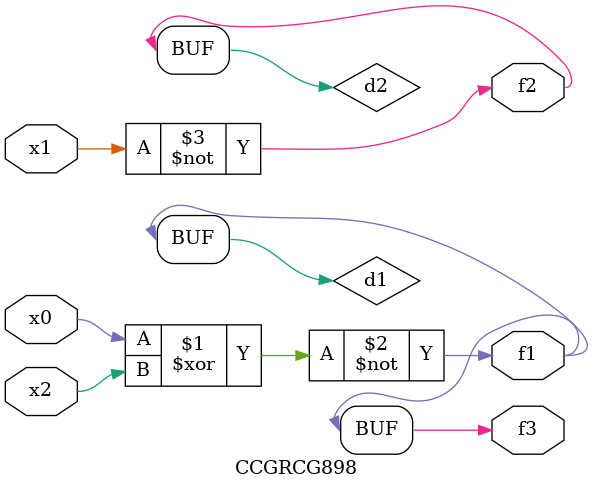
<source format=v>
module CCGRCG898(
	input x0, x1, x2,
	output f1, f2, f3
);

	wire d1, d2, d3;

	xnor (d1, x0, x2);
	nand (d2, x1);
	nor (d3, x1, x2);
	assign f1 = d1;
	assign f2 = d2;
	assign f3 = d1;
endmodule

</source>
